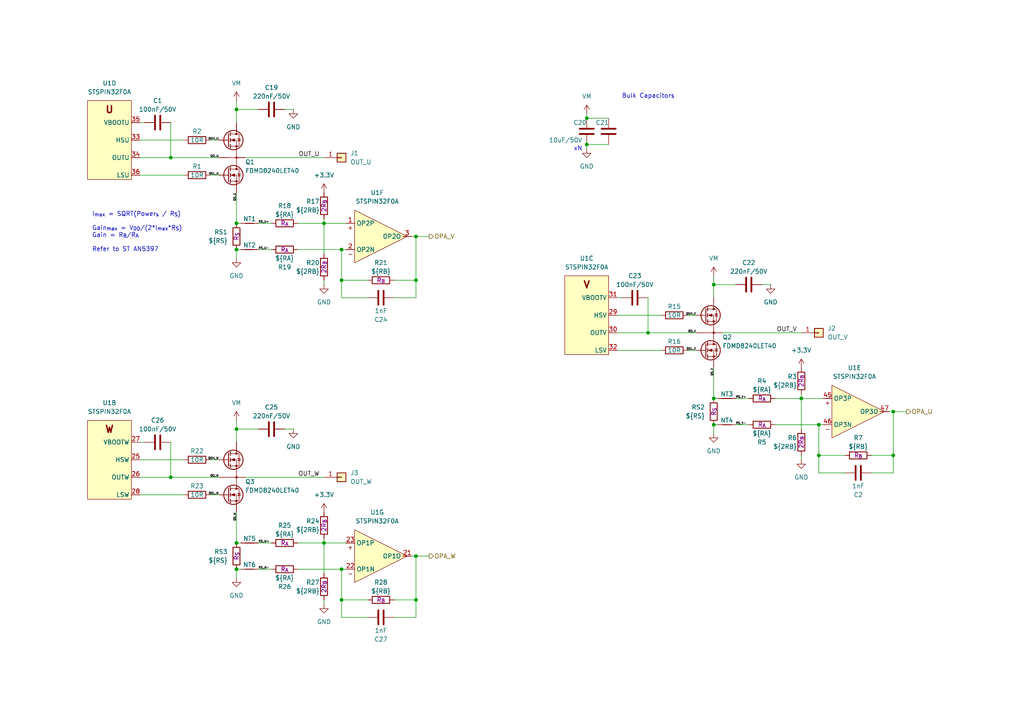
<source format=kicad_sch>
(kicad_sch (version 20231120) (generator "eeschema") (generator_version "8.0")
  (paper "A4")
  (lib_symbols
    (symbol "Connector_Generic:Conn_01x01" (pin_names (offset 1.016) hide)
      (property "Reference" "J" (at 0 2.54 0))
      (property "Value" "Conn_01x01" (at 0 -2.54 0))
      (symbol "Conn_01x01_1_1"
        (rectangle (start -1.27 0.127) (end 0 -0.127) (stroke (width 0.1524)))
        (rectangle (start -1.27 1.27) (end 1.27 -1.27) (stroke (width 0.254)) (fill (type background)))
        (pin passive line (at -5.08 0 0) (length 3.81) (name "Pin_1") (number "1"))
      )
    )
    (symbol "Device:C" (pin_numbers hide) (pin_names (offset 0.254))
      (property "Reference" "C" (at 0.635 2.54 0))
      (property "Value" "C" (at 0.635 -2.54 0))
      (symbol "C_0_1"
        (polyline (pts (xy -2.032 -0.762) (xy 2.032 -0.762)) (stroke (width 0.508)))
        (polyline (pts (xy -2.032 0.762) (xy 2.032 0.762)) (stroke (width 0.508)))
      )
      (symbol "C_1_1"
        (pin passive line (at 0 3.81 270) (length 2.794) (name "~") (number "1"))
        (pin passive line (at 0 -3.81 90) (length 2.794) (name "~") (number "2"))
      )
    )
    (symbol "Device:NetTie_2" (pin_numbers hide) (pin_names (offset 0) hide) (in_bom no)
      (property "Reference" "NT" (at 0 1.27 0))
      (property "Value" "NetTie_2" (at 0 -1.27 0))
      (symbol "NetTie_2_0_1"
        (polyline (pts (xy -1.27 0) (xy 1.27 0)) (stroke (width 0.254)))
      )
      (symbol "NetTie_2_1_1"
        (pin passive line (at -2.54 0 0) (length 2.54) (name "1") (number "1"))
        (pin passive line (at 2.54 0 180) (length 2.54) (name "2") (number "2"))
      )
    )
    (symbol "Device:R" (pin_numbers hide) (pin_names (offset 0))
      (property "Reference" "R" (at 2.032 0 90))
      (property "Value" "R" (at 0 0 90))
      (symbol "R_0_1"
        (rectangle (start -1.016 -2.54) (end 1.016 2.54) (stroke (width 0.254)))
      )
      (symbol "R_1_1"
        (pin passive line (at 0 3.81 270) (length 1.27) (name "~") (number "1"))
        (pin passive line (at 0 -3.81 90) (length 1.27) (name "~") (number "2"))
      )
    )
    (symbol "FDMD8240LET40_1" (pin_numbers hide) (pin_names hide)
      (property "Reference" "Q" (at 3.81 -2.54 0))
      (property "Value" "FDMD8240LET40" (at 10.16 -5.08 0))
      (symbol "FDMD8240LET40_1_0_0"
        (pin passive line (at 0 10.16 270) (length 2.54) (name "D1") (number "1"))
        (pin passive line (at -5.08 0 0) (length 2.54) (name "G1R") (number "11"))
        (pin passive line (at -5.08 5.08 0) (length 2.54) (name "G1") (number "12"))
        (pin passive line (at -5.08 -5.08 0) (length 2.54) (name "G2") (number "4"))
        (pin passive line (at 0 -10.16 90) (length 2.54) (name "S2") (number "5"))
        (pin passive line (at 2.54 0 180) (length 2.54) (name "D2/S1") (number "7"))
      )
      (symbol "FDMD8240LET40_1_0_1"
        (circle (center -0.889 -5.08) (radius 2.794) (stroke (width 0.254)))
        (circle (center -0.889 5.08) (radius 2.794) (stroke (width 0.254)))
        (circle (center 0 -6.858) (radius 0.254) (fill (type outline)))
        (circle (center 0 -3.302) (radius 0.254) (fill (type outline)))
        (polyline (pts (xy -2.54 0) (xy 0 0)))
        (polyline (pts (xy -2.286 -5.08) (xy -2.54 -5.08)))
        (polyline (pts (xy -2.286 -3.175) (xy -2.286 -6.985)) (stroke (width 0.254)))
        (polyline (pts (xy -2.286 5.08) (xy -2.54 5.08)))
        (polyline (pts (xy -2.286 6.985) (xy -2.286 3.175)) (stroke (width 0.254)))
        (polyline (pts (xy -1.778 -6.35) (xy -1.778 -7.366)) (stroke (width 0.254)))
        (polyline (pts (xy -1.778 -4.572) (xy -1.778 -5.588)) (stroke (width 0.254)))
        (polyline (pts (xy -1.778 -2.794) (xy -1.778 -3.81)) (stroke (width 0.254)))
        (polyline (pts (xy -1.778 3.81) (xy -1.778 2.794)) (stroke (width 0.254)))
        (polyline (pts (xy -1.778 5.588) (xy -1.778 4.572)) (stroke (width 0.254)))
        (polyline (pts (xy -1.778 7.366) (xy -1.778 6.35)) (stroke (width 0.254)))
        (polyline (pts (xy 0 -2.54) (xy 0 -3.302)))
        (polyline (pts (xy 0 2.54) (xy 0 -2.54)))
        (polyline (pts (xy 0 7.62) (xy 0 6.858)))
        (polyline (pts (xy 0 -7.62) (xy 0 -5.08) (xy -1.778 -5.08)))
        (polyline (pts (xy 0 2.54) (xy 0 5.08) (xy -1.778 5.08)))
        (polyline (pts (xy -1.778 -6.858) (xy 0.762 -6.858) (xy 0.762 -3.302) (xy -1.778 -3.302)))
        (polyline (pts (xy -1.778 3.302) (xy 0.762 3.302) (xy 0.762 6.858) (xy -1.778 6.858)))
        (polyline (pts (xy -1.524 -5.08) (xy -0.508 -4.699) (xy -0.508 -5.461) (xy -1.524 -5.08)) (fill (type outline)))
        (polyline (pts (xy -1.524 5.08) (xy -0.508 5.461) (xy -0.508 4.699) (xy -1.524 5.08)) (fill (type outline)))
        (polyline (pts (xy 0.254 -4.572) (xy 0.381 -4.699) (xy 1.143 -4.699) (xy 1.27 -4.826)))
        (polyline (pts (xy 0.254 5.588) (xy 0.381 5.461) (xy 1.143 5.461) (xy 1.27 5.334)))
        (polyline (pts (xy 0.762 -4.699) (xy 0.381 -5.334) (xy 1.143 -5.334) (xy 0.762 -4.699)))
        (polyline (pts (xy 0.762 5.461) (xy 0.381 4.826) (xy 1.143 4.826) (xy 0.762 5.461)))
        (circle (center 0 0) (radius 0.254) (fill (type outline)))
        (circle (center 0 3.302) (radius 0.254) (fill (type outline)))
        (circle (center 0 6.858) (radius 0.254) (fill (type outline)))
      )
      (symbol "FDMD8240LET40_1_1_0"
        (pin passive line (at 2.54 0 180) (length 2.54) hide (name "D2/S1") (number "10"))
        (pin passive line (at 0 10.16 270) (length 2.54) hide (name "D1") (number "13"))
        (pin passive line (at 2.54 0 180) (length 2.54) hide (name "D2/S1") (number "14"))
        (pin passive line (at 0 10.16 270) (length 2.54) hide (name "D1") (number "2"))
        (pin passive line (at 0 10.16 270) (length 2.54) hide (name "D1") (number "3"))
        (pin passive line (at 0 -10.16 90) (length 2.54) hide (name "S2") (number "6"))
        (pin passive line (at 2.54 0 180) (length 2.54) hide (name "D2/S1") (number "8"))
        (pin passive line (at 2.54 0 180) (length 2.54) hide (name "D2/S1") (number "9"))
      )
    )
    (symbol "FDMD8240LET40_2" (pin_numbers hide) (pin_names hide)
      (property "Reference" "Q" (at 3.81 -2.54 0))
      (property "Value" "FDMD8240LET40" (at 10.16 -5.08 0))
      (symbol "FDMD8240LET40_2_0_0"
        (pin passive line (at 0 10.16 270) (length 2.54) (name "D1") (number "1"))
        (pin passive line (at -5.08 0 0) (length 2.54) (name "G1R") (number "11"))
        (pin passive line (at -5.08 5.08 0) (length 2.54) (name "G1") (number "12"))
        (pin passive line (at -5.08 -5.08 0) (length 2.54) (name "G2") (number "4"))
        (pin passive line (at 0 -10.16 90) (length 2.54) (name "S2") (number "5"))
        (pin passive line (at 2.54 0 180) (length 2.54) (name "D2/S1") (number "7"))
      )
      (symbol "FDMD8240LET40_2_0_1"
        (circle (center -0.889 -5.08) (radius 2.794) (stroke (width 0.254)))
        (circle (center -0.889 5.08) (radius 2.794) (stroke (width 0.254)))
        (circle (center 0 -6.858) (radius 0.254) (fill (type outline)))
        (circle (center 0 -3.302) (radius 0.254) (fill (type outline)))
        (polyline (pts (xy -2.54 0) (xy 0 0)))
        (polyline (pts (xy -2.286 -5.08) (xy -2.54 -5.08)))
        (polyline (pts (xy -2.286 -3.175) (xy -2.286 -6.985)) (stroke (width 0.254)))
        (polyline (pts (xy -2.286 5.08) (xy -2.54 5.08)))
        (polyline (pts (xy -2.286 6.985) (xy -2.286 3.175)) (stroke (width 0.254)))
        (polyline (pts (xy -1.778 -6.35) (xy -1.778 -7.366)) (stroke (width 0.254)))
        (polyline (pts (xy -1.778 -4.572) (xy -1.778 -5.588)) (stroke (width 0.254)))
        (polyline (pts (xy -1.778 -2.794) (xy -1.778 -3.81)) (stroke (width 0.254)))
        (polyline (pts (xy -1.778 3.81) (xy -1.778 2.794)) (stroke (width 0.254)))
        (polyline (pts (xy -1.778 5.588) (xy -1.778 4.572)) (stroke (width 0.254)))
        (polyline (pts (xy -1.778 7.366) (xy -1.778 6.35)) (stroke (width 0.254)))
        (polyline (pts (xy 0 -2.54) (xy 0 -3.302)))
        (polyline (pts (xy 0 2.54) (xy 0 -2.54)))
        (polyline (pts (xy 0 7.62) (xy 0 6.858)))
        (polyline (pts (xy 0 -7.62) (xy 0 -5.08) (xy -1.778 -5.08)))
        (polyline (pts (xy 0 2.54) (xy 0 5.08) (xy -1.778 5.08)))
        (polyline (pts (xy -1.778 -6.858) (xy 0.762 -6.858) (xy 0.762 -3.302) (xy -1.778 -3.302)))
        (polyline (pts (xy -1.778 3.302) (xy 0.762 3.302) (xy 0.762 6.858) (xy -1.778 6.858)))
        (polyline (pts (xy -1.524 -5.08) (xy -0.508 -4.699) (xy -0.508 -5.461) (xy -1.524 -5.08)) (fill (type outline)))
        (polyline (pts (xy -1.524 5.08) (xy -0.508 5.461) (xy -0.508 4.699) (xy -1.524 5.08)) (fill (type outline)))
        (polyline (pts (xy 0.254 -4.572) (xy 0.381 -4.699) (xy 1.143 -4.699) (xy 1.27 -4.826)))
        (polyline (pts (xy 0.254 5.588) (xy 0.381 5.461) (xy 1.143 5.461) (xy 1.27 5.334)))
        (polyline (pts (xy 0.762 -4.699) (xy 0.381 -5.334) (xy 1.143 -5.334) (xy 0.762 -4.699)))
        (polyline (pts (xy 0.762 5.461) (xy 0.381 4.826) (xy 1.143 4.826) (xy 0.762 5.461)))
        (circle (center 0 0) (radius 0.254) (fill (type outline)))
        (circle (center 0 3.302) (radius 0.254) (fill (type outline)))
        (circle (center 0 6.858) (radius 0.254) (fill (type outline)))
      )
      (symbol "FDMD8240LET40_2_1_0"
        (pin passive line (at 2.54 0 180) (length 2.54) hide (name "D2/S1") (number "10"))
        (pin passive line (at 0 10.16 270) (length 2.54) hide (name "D1") (number "13"))
        (pin passive line (at 2.54 0 180) (length 2.54) hide (name "D2/S1") (number "14"))
        (pin passive line (at 0 10.16 270) (length 2.54) hide (name "D1") (number "2"))
        (pin passive line (at 0 10.16 270) (length 2.54) hide (name "D1") (number "3"))
        (pin passive line (at 0 -10.16 90) (length 2.54) hide (name "S2") (number "6"))
        (pin passive line (at 2.54 0 180) (length 2.54) hide (name "D2/S1") (number "8"))
        (pin passive line (at 2.54 0 180) (length 2.54) hide (name "D2/S1") (number "9"))
      )
    )
    (symbol "moco:FDMD8240LET40" (pin_numbers hide) (pin_names hide)
      (property "Reference" "Q" (at 3.81 -2.54 0))
      (property "Value" "FDMD8240LET40" (at 10.16 -5.08 0))
      (symbol "FDMD8240LET40_0_0"
        (pin passive line (at 0 10.16 270) (length 2.54) (name "D1") (number "1"))
        (pin passive line (at -5.08 0 0) (length 2.54) (name "G1R") (number "11"))
        (pin passive line (at -5.08 5.08 0) (length 2.54) (name "G1") (number "12"))
        (pin passive line (at -5.08 -5.08 0) (length 2.54) (name "G2") (number "4"))
        (pin passive line (at 0 -10.16 90) (length 2.54) (name "S2") (number "5"))
        (pin passive line (at 2.54 0 180) (length 2.54) (name "D2/S1") (number "7"))
      )
      (symbol "FDMD8240LET40_0_1"
        (circle (center -0.889 -5.08) (radius 2.794) (stroke (width 0.254)))
        (circle (center -0.889 5.08) (radius 2.794) (stroke (width 0.254)))
        (circle (center 0 -6.858) (radius 0.254) (fill (type outline)))
        (circle (center 0 -3.302) (radius 0.254) (fill (type outline)))
        (polyline (pts (xy -2.54 0) (xy 0 0)))
        (polyline (pts (xy -2.286 -5.08) (xy -2.54 -5.08)))
        (polyline (pts (xy -2.286 -3.175) (xy -2.286 -6.985)) (stroke (width 0.254)))
        (polyline (pts (xy -2.286 5.08) (xy -2.54 5.08)))
        (polyline (pts (xy -2.286 6.985) (xy -2.286 3.175)) (stroke (width 0.254)))
        (polyline (pts (xy -1.778 -6.35) (xy -1.778 -7.366)) (stroke (width 0.254)))
        (polyline (pts (xy -1.778 -4.572) (xy -1.778 -5.588)) (stroke (width 0.254)))
        (polyline (pts (xy -1.778 -2.794) (xy -1.778 -3.81)) (stroke (width 0.254)))
        (polyline (pts (xy -1.778 3.81) (xy -1.778 2.794)) (stroke (width 0.254)))
        (polyline (pts (xy -1.778 5.588) (xy -1.778 4.572)) (stroke (width 0.254)))
        (polyline (pts (xy -1.778 7.366) (xy -1.778 6.35)) (stroke (width 0.254)))
        (polyline (pts (xy 0 -2.54) (xy 0 -3.302)))
        (polyline (pts (xy 0 2.54) (xy 0 -2.54)))
        (polyline (pts (xy 0 7.62) (xy 0 6.858)))
        (polyline (pts (xy 0 -7.62) (xy 0 -5.08) (xy -1.778 -5.08)))
        (polyline (pts (xy 0 2.54) (xy 0 5.08) (xy -1.778 5.08)))
        (polyline (pts (xy -1.778 -6.858) (xy 0.762 -6.858) (xy 0.762 -3.302) (xy -1.778 -3.302)))
        (polyline (pts (xy -1.778 3.302) (xy 0.762 3.302) (xy 0.762 6.858) (xy -1.778 6.858)))
        (polyline (pts (xy -1.524 -5.08) (xy -0.508 -4.699) (xy -0.508 -5.461) (xy -1.524 -5.08)) (fill (type outline)))
        (polyline (pts (xy -1.524 5.08) (xy -0.508 5.461) (xy -0.508 4.699) (xy -1.524 5.08)) (fill (type outline)))
        (polyline (pts (xy 0.254 -4.572) (xy 0.381 -4.699) (xy 1.143 -4.699) (xy 1.27 -4.826)))
        (polyline (pts (xy 0.254 5.588) (xy 0.381 5.461) (xy 1.143 5.461) (xy 1.27 5.334)))
        (polyline (pts (xy 0.762 -4.699) (xy 0.381 -5.334) (xy 1.143 -5.334) (xy 0.762 -4.699)))
        (polyline (pts (xy 0.762 5.461) (xy 0.381 4.826) (xy 1.143 4.826) (xy 0.762 5.461)))
        (circle (center 0 0) (radius 0.254) (fill (type outline)))
        (circle (center 0 3.302) (radius 0.254) (fill (type outline)))
        (circle (center 0 6.858) (radius 0.254) (fill (type outline)))
      )
      (symbol "FDMD8240LET40_1_0"
        (pin passive line (at 2.54 0 180) (length 2.54) hide (name "D2/S1") (number "10"))
        (pin passive line (at 0 10.16 270) (length 2.54) hide (name "D1") (number "13"))
        (pin passive line (at 2.54 0 180) (length 2.54) hide (name "D2/S1") (number "14"))
        (pin passive line (at 0 10.16 270) (length 2.54) hide (name "D1") (number "2"))
        (pin passive line (at 0 10.16 270) (length 2.54) hide (name "D1") (number "3"))
        (pin passive line (at 0 -10.16 90) (length 2.54) hide (name "S2") (number "6"))
        (pin passive line (at 2.54 0 180) (length 2.54) hide (name "D2/S1") (number "8"))
        (pin passive line (at 2.54 0 180) (length 2.54) hide (name "D2/S1") (number "9"))
      )
    )
    (symbol "moco:STSPIN32F0A"
      (property "Reference" "U" (at 0 0 0))
      (property "Value" "STSPIN32F0A" (at 0 -12.7 0))
      (symbol "STSPIN32F0A_1_0"
        (pin power_in line (at -3.81 20.32 270) (length 2.54) (name "VDDA") (number "10"))
        (pin bidirectional line (at 20.32 1.27 180) (length 2.54) (name "PA0") (number "11"))
        (pin bidirectional line (at 20.32 -1.27 180) (length 2.54) (name "PA1") (number "12"))
        (pin bidirectional line (at 20.32 -3.81 180) (length 2.54) (name "PA2") (number "13"))
        (pin bidirectional line (at 20.32 -6.35 180) (length 2.54) (name "PA3") (number "14"))
        (pin bidirectional line (at 20.32 -8.89 180) (length 2.54) (name "PA4") (number "15"))
        (pin bidirectional line (at 20.32 -11.43 180) (length 2.54) (name "PA5") (number "16"))
        (pin bidirectional line (at 20.32 -13.97 180) (length 2.54) (name "PA6") (number "17"))
        (pin bidirectional line (at 20.32 -16.51 180) (length 2.54) (name "PA7") (number "18"))
        (pin bidirectional line (at -15.24 -13.97 0) (length 2.54) (name "PB1") (number "19"))
        (pin input line (at 6.35 -27.94 90) (length 2.54) (name "TESTMODE") (number "20"))
        (pin input line (at 20.32 6.35 180) (length 2.54) (name "OC_COMP") (number "24"))
        (pin bidirectional line (at -15.24 1.27 0) (length 2.54) (name "PA13_SWD_IO") (number "37"))
        (pin bidirectional line (at -15.24 -1.27 0) (length 2.54) (name "PA14_SWD_CLK") (number "38"))
        (pin bidirectional line (at 20.32 -19.05 180) (length 2.54) (name "PA15") (number "39"))
        (pin bidirectional line (at -15.24 -6.35 0) (length 2.54) (name "PF0") (number "4"))
        (pin bidirectional line (at -15.24 -16.51 0) (length 2.54) (name "PB6") (number "40"))
        (pin bidirectional line (at -15.24 -19.05 0) (length 2.54) (name "PB7") (number "41"))
        (pin input line (at -15.24 8.89 0) (length 2.54) (name "BOOT0") (number "42"))
        (pin no_connect line (at 10.16 -27.94 90) (length 2.54) hide (name "RESERVED") (number "43"))
        (pin power_in line (at 2.54 -27.94 90) (length 2.54) (name "GND") (number "44"))
        (pin power_in line (at -6.35 20.32 270) (length 2.54) (name "VDD") (number "48"))
        (pin power_in line (at -1.27 -27.94 90) (length 2.54) (name "EPAD") (number "49"))
        (pin bidirectional line (at -15.24 -8.89 0) (length 2.54) (name "PF1") (number "5"))
        (pin power_out line (at 12.7 20.32 270) (length 2.54) (name "VREG12") (number "6"))
        (pin input line (at -15.24 6.35 0) (length 2.54) (name "NRST") (number "7"))
        (pin power_in line (at 6.35 20.32 270) (length 2.54) (name "VM") (number "8"))
        (pin output line (at 2.54 20.32 270) (length 2.54) (name "SW") (number "9"))
      )
      (symbol "STSPIN32F0A_1_1"
        (rectangle (start -12.7 17.78) (end 17.78 -25.4) (fill (type background)))
      )
      (symbol "STSPIN32F0A_2_0"
        (pin output line (at 8.89 0 180) (length 2.54) (name "HSW") (number "25"))
        (pin output line (at 8.89 -5.08 180) (length 2.54) (name "OUTW") (number "26"))
        (pin output line (at 8.89 5.08 180) (length 2.54) (name "VBOOTW") (number "27"))
        (pin output line (at 8.89 -10.16 180) (length 2.54) (name "LSW") (number "28"))
      )
      (symbol "STSPIN32F0A_2_1"
        (rectangle (start -6.35 11.43) (end 6.35 -11.43) (fill (type background)))
        (text "W" (at 0 8.89 0) (effects (font (size 2 2) (bold yes))))
      )
      (symbol "STSPIN32F0A_3_0"
        (pin output line (at 8.89 0 180) (length 2.54) (name "HSV") (number "29"))
        (pin output line (at 8.89 -5.08 180) (length 2.54) (name "OUTV") (number "30"))
        (pin output line (at 8.89 5.08 180) (length 2.54) (name "VBOOTV") (number "31"))
        (pin output line (at 8.89 -10.16 180) (length 2.54) (name "LSV") (number "32"))
      )
      (symbol "STSPIN32F0A_3_1"
        (rectangle (start -6.35 11.43) (end 6.35 -11.43) (fill (type background)))
        (text "V" (at 0 8.89 0) (effects (font (size 2 2) (bold yes))))
      )
      (symbol "STSPIN32F0A_4_0"
        (pin output line (at 8.89 0 180) (length 2.54) (name "HSU") (number "33"))
        (pin output line (at 8.89 -5.08 180) (length 2.54) (name "OUTU") (number "34"))
        (pin output line (at 8.89 5.08 180) (length 2.54) (name "VBOOTU") (number "35"))
        (pin output line (at 8.89 -10.16 180) (length 2.54) (name "LSU") (number "36"))
      )
      (symbol "STSPIN32F0A_4_1"
        (rectangle (start -6.35 11.43) (end 6.35 -11.43) (fill (type background)))
        (text "U" (at 0 8.89 0) (effects (font (size 2 2) (bold yes))))
      )
      (symbol "STSPIN32F0A_5_0"
        (pin input line (at -7.62 3.81 0) (length 2.54) (name "OP3P") (number "45"))
        (pin input line (at -7.62 -3.81 0) (length 2.54) (name "OP3N") (number "46"))
        (pin output line (at 11.43 0 180) (length 2.54) (name "OP3O") (number "47"))
      )
      (symbol "STSPIN32F0A_5_1"
        (polyline (pts (xy 10.16 0) (xy -5.08 7.62) (xy -5.08 -7.62) (xy 10.16 0)) (fill (type background)))
        (text "+" (at -6.35 2.54 0) (effects (font (size 1.27 1.27))))
        (text "-" (at -6.35 -5.08 0) (effects (font (size 1.27 1.27))))
      )
      (symbol "STSPIN32F0A_6_0"
        (pin input line (at -7.62 3.81 0) (length 2.54) (name "OP2P") (number "1"))
        (pin input line (at -7.62 -3.81 0) (length 2.54) (name "OP2N") (number "2"))
        (pin output line (at 11.43 0 180) (length 2.54) (name "OP2O") (number "3"))
      )
      (symbol "STSPIN32F0A_6_1"
        (polyline (pts (xy 10.16 0) (xy -5.08 7.62) (xy -5.08 -7.62) (xy 10.16 0)) (fill (type background)))
        (text "+" (at -6.35 2.54 0) (effects (font (size 1.27 1.27))))
        (text "-" (at -6.35 -5.08 0) (effects (font (size 1.27 1.27))))
      )
      (symbol "STSPIN32F0A_7_0"
        (pin output line (at 11.43 0 180) (length 2.54) (name "OP1O") (number "21"))
        (pin input line (at -7.62 -3.81 0) (length 2.54) (name "OP1N") (number "22"))
        (pin input line (at -7.62 3.81 0) (length 2.54) (name "OP1P") (number "23"))
      )
      (symbol "STSPIN32F0A_7_1"
        (polyline (pts (xy 10.16 0) (xy -5.08 7.62) (xy -5.08 -7.62) (xy 10.16 0)) (fill (type background)))
        (text "+" (at -6.35 2.54 0) (effects (font (size 1.27 1.27))))
        (text "-" (at -6.35 -5.08 0) (effects (font (size 1.27 1.27))))
      )
    )
    (symbol "power:+3.3V" (power) (pin_numbers hide) (pin_names (offset 0) hide)
      (property "Value" "+3.3V" (at 0 3.556 0))
      (symbol "+3.3V_0_1"
        (polyline (pts (xy -0.762 1.27) (xy 0 2.54)))
        (polyline (pts (xy 0 0) (xy 0 2.54)))
        (polyline (pts (xy 0 2.54) (xy 0.762 1.27)))
      )
      (symbol "+3.3V_1_1"
        (pin power_in line (at 0 0 90) (length 0) (name "~") (number "1"))
      )
    )
    (symbol "power:GND" (power) (pin_numbers hide) (pin_names (offset 0) hide)
      (property "Value" "GND" (at 0 -3.81 0))
      (symbol "GND_0_1"
        (polyline (pts (xy 0 0) (xy 0 -1.27) (xy 1.27 -1.27) (xy 0 -2.54) (xy -1.27 -1.27) (xy 0 -1.27)))
      )
      (symbol "GND_1_1"
        (pin power_in line (at 0 0 270) (length 0) (name "~") (number "1"))
      )
    )
    (symbol "power:VMEM" (power) (pin_numbers hide) (pin_names (offset 0) hide)
      (property "Value" "VMEM" (at 0 3.556 0))
      (symbol "VMEM_0_1"
        (polyline (pts (xy -0.762 1.27) (xy 0 2.54)))
        (polyline (pts (xy 0 0) (xy 0 2.54)))
        (polyline (pts (xy 0 2.54) (xy 0.762 1.27)))
      )
      (symbol "VMEM_1_1"
        (pin power_in line (at 0 0 90) (length 0) (name "~") (number "1"))
      )
    )
  )
  (junction (at 49.53 45.72))
  (junction (at 207.01 123.19))
  (junction (at 237.49 123.19))
  (junction (at 259.08 132.08))
  (junction (at 99.06 72.39))
  (junction (at 207.01 82.55))
  (junction (at 207.01 115.57))
  (junction (at 120.65 68.58))
  (junction (at 120.65 161.29))
  (junction (at 49.53 138.43))
  (junction (at 93.98 157.48))
  (junction (at 187.96 96.52))
  (junction (at 68.58 157.48))
  (junction (at 232.41 115.57))
  (junction (at 68.58 64.77))
  (junction (at 99.06 81.28))
  (junction (at 68.58 165.1))
  (junction (at 120.65 173.99))
  (junction (at 237.49 132.08))
  (junction (at 99.06 173.99))
  (junction (at 120.65 81.28))
  (junction (at 68.58 31.75))
  (junction (at 68.58 72.39))
  (junction (at 170.18 41.91))
  (junction (at 170.18 34.29))
  (junction (at 93.98 64.77))
  (junction (at 68.58 124.46))
  (junction (at 259.08 119.38))
  (junction (at 99.06 165.1))
  (wire (pts (xy 120.65 161.29) (xy 119.38 161.29)))
  (wire (pts (xy 68.58 31.75) (xy 74.93 31.75)))
  (wire (pts (xy 170.18 33.02) (xy 170.18 34.29)))
  (wire (pts (xy 252.73 132.08) (xy 259.08 132.08)))
  (wire (pts (xy 208.28 123.19) (xy 207.01 123.19)))
  (wire (pts (xy 120.65 161.29) (xy 124.46 161.29)))
  (wire (pts (xy 40.64 128.27) (xy 41.91 128.27)))
  (wire (pts (xy 40.64 35.56) (xy 41.91 35.56)))
  (wire (pts (xy 68.58 124.46) (xy 74.93 124.46)))
  (wire (pts (xy 99.06 165.1) (xy 100.33 165.1)))
  (wire (pts (xy 187.96 96.52) (xy 201.93 96.52)))
  (wire (pts (xy 106.68 173.99) (xy 99.06 173.99)))
  (wire (pts (xy 49.53 45.72) (xy 63.5 45.72)))
  (wire (pts (xy 199.39 91.44) (xy 201.93 91.44)))
  (wire (pts (xy 259.08 119.38) (xy 257.81 119.38)))
  (wire (pts (xy 86.36 72.39) (xy 99.06 72.39)))
  (wire (pts (xy 114.3 179.07) (xy 120.65 179.07)))
  (wire (pts (xy 114.3 86.36) (xy 120.65 86.36)))
  (wire (pts (xy 68.58 29.21) (xy 68.58 31.75)))
  (wire (pts (xy 120.65 81.28) (xy 120.65 86.36)))
  (wire (pts (xy 40.64 45.72) (xy 49.53 45.72)))
  (wire (pts (xy 232.41 114.3) (xy 232.41 115.57)))
  (wire (pts (xy 213.36 123.19) (xy 217.17 123.19)))
  (wire (pts (xy 170.18 34.29) (xy 176.53 34.29)))
  (wire (pts (xy 93.98 64.77) (xy 93.98 73.66)))
  (wire (pts (xy 49.53 128.27) (xy 49.53 138.43)))
  (wire (pts (xy 179.07 96.52) (xy 187.96 96.52)))
  (wire (pts (xy 245.11 132.08) (xy 237.49 132.08)))
  (wire (pts (xy 120.65 68.58) (xy 120.65 81.28)))
  (wire (pts (xy 179.07 86.36) (xy 180.34 86.36)))
  (wire (pts (xy 207.01 123.19) (xy 207.01 125.73)))
  (wire (pts (xy 224.79 115.57) (xy 232.41 115.57)))
  (wire (pts (xy 114.3 81.28) (xy 120.65 81.28)))
  (wire (pts (xy 207.01 106.68) (xy 207.01 115.57)))
  (wire (pts (xy 60.96 50.8) (xy 63.5 50.8)))
  (wire (pts (xy 232.41 115.57) (xy 238.76 115.57)))
  (wire (pts (xy 259.08 119.38) (xy 259.08 132.08)))
  (wire (pts (xy 82.55 31.75) (xy 85.09 31.75)))
  (wire (pts (xy 99.06 72.39) (xy 100.33 72.39)))
  (wire (pts (xy 49.53 35.56) (xy 49.53 45.72)))
  (wire (pts (xy 68.58 55.88) (xy 68.58 64.77)))
  (wire (pts (xy 74.93 165.1) (xy 78.74 165.1)))
  (wire (pts (xy 120.65 68.58) (xy 124.46 68.58)))
  (wire (pts (xy 74.93 64.77) (xy 78.74 64.77)))
  (wire (pts (xy 224.79 123.19) (xy 237.49 123.19)))
  (wire (pts (xy 93.98 64.77) (xy 100.33 64.77)))
  (wire (pts (xy 40.64 133.35) (xy 53.34 133.35)))
  (wire (pts (xy 69.85 157.48) (xy 68.58 157.48)))
  (wire (pts (xy 213.36 115.57) (xy 217.17 115.57)))
  (wire (pts (xy 93.98 82.55) (xy 93.98 81.28)))
  (wire (pts (xy 69.85 64.77) (xy 68.58 64.77)))
  (wire (pts (xy 86.36 64.77) (xy 93.98 64.77)))
  (wire (pts (xy 86.36 165.1) (xy 99.06 165.1)))
  (wire (pts (xy 40.64 143.51) (xy 53.34 143.51)))
  (wire (pts (xy 71.12 138.43) (xy 93.98 138.43)))
  (wire (pts (xy 106.68 179.07) (xy 99.06 179.07)))
  (wire (pts (xy 170.18 41.91) (xy 176.53 41.91)))
  (wire (pts (xy 93.98 175.26) (xy 93.98 173.99)))
  (wire (pts (xy 99.06 165.1) (xy 99.06 173.99)))
  (wire (pts (xy 106.68 86.36) (xy 99.06 86.36)))
  (wire (pts (xy 179.07 91.44) (xy 191.77 91.44)))
  (wire (pts (xy 68.58 31.75) (xy 68.58 35.56)))
  (wire (pts (xy 232.41 133.35) (xy 232.41 132.08)))
  (wire (pts (xy 259.08 132.08) (xy 259.08 137.16)))
  (wire (pts (xy 93.98 157.48) (xy 100.33 157.48)))
  (wire (pts (xy 187.96 86.36) (xy 187.96 96.52)))
  (wire (pts (xy 99.06 81.28) (xy 99.06 86.36)))
  (wire (pts (xy 74.93 157.48) (xy 78.74 157.48)))
  (wire (pts (xy 69.85 165.1) (xy 68.58 165.1)))
  (wire (pts (xy 199.39 101.6) (xy 201.93 101.6)))
  (wire (pts (xy 40.64 40.64) (xy 53.34 40.64)))
  (wire (pts (xy 49.53 138.43) (xy 63.5 138.43)))
  (wire (pts (xy 237.49 132.08) (xy 237.49 137.16)))
  (wire (pts (xy 120.65 68.58) (xy 119.38 68.58)))
  (wire (pts (xy 220.98 82.55) (xy 223.52 82.55)))
  (wire (pts (xy 68.58 165.1) (xy 68.58 167.64)))
  (wire (pts (xy 179.07 101.6) (xy 191.77 101.6)))
  (wire (pts (xy 207.01 82.55) (xy 213.36 82.55)))
  (wire (pts (xy 99.06 72.39) (xy 99.06 81.28)))
  (wire (pts (xy 208.28 115.57) (xy 207.01 115.57)))
  (wire (pts (xy 40.64 50.8) (xy 53.34 50.8)))
  (wire (pts (xy 60.96 133.35) (xy 63.5 133.35)))
  (wire (pts (xy 232.41 115.57) (xy 232.41 124.46)))
  (wire (pts (xy 82.55 124.46) (xy 85.09 124.46)))
  (wire (pts (xy 120.65 173.99) (xy 120.65 179.07)))
  (wire (pts (xy 68.58 124.46) (xy 68.58 128.27)))
  (wire (pts (xy 68.58 72.39) (xy 68.58 74.93)))
  (wire (pts (xy 209.55 96.52) (xy 232.41 96.52)))
  (wire (pts (xy 114.3 173.99) (xy 120.65 173.99)))
  (wire (pts (xy 237.49 123.19) (xy 238.76 123.19)))
  (wire (pts (xy 99.06 173.99) (xy 99.06 179.07)))
  (wire (pts (xy 106.68 81.28) (xy 99.06 81.28)))
  (wire (pts (xy 170.18 43.18) (xy 170.18 41.91)))
  (wire (pts (xy 69.85 72.39) (xy 68.58 72.39)))
  (wire (pts (xy 93.98 156.21) (xy 93.98 157.48)))
  (wire (pts (xy 237.49 123.19) (xy 237.49 132.08)))
  (wire (pts (xy 207.01 80.01) (xy 207.01 82.55)))
  (wire (pts (xy 93.98 157.48) (xy 93.98 166.37)))
  (wire (pts (xy 245.11 137.16) (xy 237.49 137.16)))
  (wire (pts (xy 71.12 45.72) (xy 93.98 45.72)))
  (wire (pts (xy 60.96 40.64) (xy 63.5 40.64)))
  (wire (pts (xy 68.58 148.59) (xy 68.58 157.48)))
  (wire (pts (xy 74.93 72.39) (xy 78.74 72.39)))
  (wire (pts (xy 259.08 119.38) (xy 262.89 119.38)))
  (wire (pts (xy 207.01 82.55) (xy 207.01 86.36)))
  (wire (pts (xy 252.73 137.16) (xy 259.08 137.16)))
  (wire (pts (xy 68.58 121.92) (xy 68.58 124.46)))
  (wire (pts (xy 93.98 63.5) (xy 93.98 64.77)))
  (wire (pts (xy 40.64 138.43) (xy 49.53 138.43)))
  (wire (pts (xy 120.65 161.29) (xy 120.65 173.99)))
  (wire (pts (xy 60.96 143.51) (xy 63.5 143.51)))
  (wire (pts (xy 86.36 157.48) (xy 93.98 157.48)))
  (text "I_{max} = SQRT(Power_{s} / R_{S})\n\nGain_{max} = V_{DD}/(2*I_{max}*R_{S})\nGain = R_{B}/R_{A}\n\nRefer to ST AN5397" (at 26.67 67.31 0) (effects (font (size 1.27 1.27)) (justify left)))
  (text "xN" (at 166.37 43.18 0) (effects (font (size 1.27 1.27)) (justify left)))
  (text "Bulk Capacitors" (at 180.34 27.94 0) (effects (font (size 1.27 1.27)) (justify left)))
  (label "RS_V-" (at 213.36 123.19 0) (effects (font (size 0.6 0.6))))
  (label "QGL_W" (at 63.5 143.51 180) (effects (font (size 0.6 0.6))))
  (label "QO_V" (at 201.93 96.52 180) (effects (font (size 0.6 0.6))))
  (label "QGH_W" (at 63.5 133.35 180) (effects (font (size 0.6 0.6))))
  (label "RS_U+" (at 74.93 64.77 0) (effects (font (size 0.6 0.6))))
  (label "QO_U" (at 63.5 45.72 180) (effects (font (size 0.6 0.6))))
  (label "QS_U" (at 68.58 55.88 270) (effects (font (size 0.6 0.6))))
  (label "OUT_V" (at 231.14 96.52 180))
  (label "RS_W-" (at 74.93 165.1 0) (effects (font (size 0.6 0.6))))
  (label "QGH_U" (at 63.5 40.64 180) (effects (font (size 0.6 0.6))))
  (label "RS_V+" (at 213.36 115.57 0) (effects (font (size 0.6 0.6))))
  (label "QS_W" (at 68.58 148.59 270) (effects (font (size 0.6 0.6))))
  (label "RS_W+" (at 74.93 157.48 0) (effects (font (size 0.6 0.6))))
  (label "OUT_U" (at 92.71 45.72 180))
  (label "OUT_W" (at 92.71 138.43 180))
  (label "QGL_U" (at 63.5 50.8 180) (effects (font (size 0.6 0.6))))
  (label "RS_U-" (at 74.93 72.39 0) (effects (font (size 0.6 0.6))))
  (label "QO_W" (at 63.5 138.43 180) (effects (font (size 0.6 0.6))))
  (label "QS_V" (at 207.01 106.68 270) (effects (font (size 0.6 0.6))))
  (label "QGL_V" (at 201.93 101.6 180) (effects (font (size 0.6 0.6))))
  (label "QGH_V" (at 201.93 91.44 180) (effects (font (size 0.6 0.6))))
  (hierarchical_label "OPA_W" (shape output) (at 124.46 161.29 0))
  (hierarchical_label "OPA_V" (shape output) (at 124.46 68.58 0))
  (hierarchical_label "OPA_U" (shape output) (at 262.89 119.38 0))
  (symbol (lib_id "power:GND") (at 85.09 31.75 0) (unit 1)
    (property "Reference" "#PWR032" (effects (hide yes)))
    (property "Value" "GND" (at 85.09 36.83 0))
    (property "Description" "Power symbol creates a global label with name \"GND\" , ground" (effects (hide yes)))
  )
  (symbol (lib_id "Device:R") (at 93.98 152.4 0) (mirror y) (unit 1)
    (property "Reference" "R24" (at 92.71 151.13 0) (effects (justify left)))
    (property "Value" "${2RB}" (at 92.71 153.67 0) (effects (justify left)))
    (property "Footprint" "Resistor_SMD:R_0402_1005Metric" (effects (hide yes)))
    (property "Description" "Resistor" (effects (hide yes)))
    (property "Field5" "2R_{B}" (at 93.98 152.4 90))
  )
  (symbol (lib_id "Device:R") (at 82.55 165.1 90) (unit 1)
    (property "Reference" "R26" (at 82.55 170.18 90))
    (property "Value" "${RA}" (at 82.55 167.64 90))
    (property "Footprint" "Resistor_SMD:R_0402_1005Metric" (effects (hide yes)))
    (property "Description" "Resistor" (effects (hide yes)))
    (property "Field5" "R_{A}" (at 82.55 165.1 90))
  )
  (symbol (lib_id "moco:FDMD8240LET40") (at 68.58 138.43 0) (unit 1)
    (property "Reference" "Q3" (at 71.12 139.7 0) (effects (justify left)))
    (property "Value" "FDMD8240LET40" (at 71.12 142.24 0) (effects (justify left)))
    (property "Footprint" "moco:PQFN-12" (effects (hide yes)))
    (property "Datasheet" "Two 40V N-MOSFETs half bridge" (effects (hide yes)))
  )
  (symbol (lib_id "Device:R") (at 57.15 133.35 90) (unit 1)
    (property "Reference" "R22" (at 57.15 130.81 90))
    (property "Value" "10R" (at 57.15 133.35 90))
    (property "Footprint" "Resistor_SMD:R_0402_1005Metric" (effects (hide yes)))
    (property "Description" "Resistor" (effects (hide yes)))
  )
  (symbol (lib_id "Device:C") (at 184.15 86.36 90) (unit 1)
    (property "Reference" "C23" (at 184.15 80.01 90))
    (property "Value" "100nF/50V" (at 184.15 82.55 90))
    (property "Footprint" "Capacitor_SMD:C_0402_1005Metric" (effects (hide yes)))
    (property "Description" "Unpolarized capacitor" (effects (hide yes)))
  )
  (symbol (lib_id "Device:C") (at 78.74 31.75 90) (unit 1)
    (property "Reference" "C19" (at 78.74 25.4 90))
    (property "Value" "220nF/50V" (at 78.74 27.94 90))
    (property "Footprint" "Capacitor_SMD:C_0402_1005Metric" (effects (hide yes)))
    (property "Description" "Unpolarized capacitor" (effects (hide yes)))
  )
  (symbol (lib_id "Device:NetTie_2") (at 210.82 115.57 0) (unit 1) (in_bom no)
    (property "Reference" "NT3" (at 210.82 114.3 0))
    (property "Value" "NetTie_2" (effects (hide yes)))
    (property "Footprint" "NetTie:NetTie-2_SMD_Pad0.5mm" (effects (hide yes)))
    (property "Description" "Net tie, 2 pins" (effects (hide yes)))
  )
  (symbol (lib_id "Device:R") (at 220.98 123.19 90) (unit 1)
    (property "Reference" "R5" (at 220.98 128.27 90))
    (property "Value" "${RA}" (at 220.98 125.73 90))
    (property "Footprint" "Resistor_SMD:R_0402_1005Metric" (effects (hide yes)))
    (property "Description" "Resistor" (effects (hide yes)))
    (property "Field5" "R_{A}" (at 220.98 123.19 90))
  )
  (symbol (lib_id "Device:R") (at 57.15 50.8 90) (unit 1)
    (property "Reference" "R1" (at 57.15 48.26 90))
    (property "Value" "10R" (at 57.15 50.8 90))
    (property "Footprint" "Resistor_SMD:R_0402_1005Metric" (effects (hide yes)))
    (property "Description" "Resistor" (effects (hide yes)))
  )
  (symbol (lib_id "Device:R") (at 82.55 157.48 90) (unit 1)
    (property "Reference" "R25" (at 82.55 152.4 90))
    (property "Value" "${RA}" (at 82.55 154.94 90))
    (property "Footprint" "Resistor_SMD:R_0402_1005Metric" (effects (hide yes)))
    (property "Description" "Resistor" (effects (hide yes)))
    (property "Field5" "R_{A}" (at 82.55 157.48 90))
  )
  (symbol (lib_id "Device:R") (at 232.41 128.27 0) (mirror y) (unit 1)
    (property "Reference" "R6" (at 231.14 127 0) (effects (justify left)))
    (property "Value" "${2RB}" (at 231.14 129.54 0) (effects (justify left)))
    (property "Footprint" "Resistor_SMD:R_0402_1005Metric" (effects (hide yes)))
    (property "Description" "Resistor" (effects (hide yes)))
    (property "Field5" "2R_{B}" (at 232.41 128.27 90))
  )
  (symbol (lib_id "moco:STSPIN32F0A") (at 31.75 133.35 0) (unit 2)
    (property "Reference" "U1" (at 31.75 116.84 0))
    (property "Value" "STSPIN32F0A" (at 31.75 119.38 0))
    (property "Footprint" "moco:VFQFN-48_7x7_EP2.8mm_Pitch0.5mm" (effects (hide yes)))
    (property "Datasheet" "https://www.st.com/resource/en/datasheet/stspin32f0a.pdf" (effects (hide yes)))
    (property "Description" "Advanced BLDC controller with embedded STM32 MCU" (effects (hide yes)))
  )
  (symbol (lib_id "power:GND") (at 93.98 175.26 0) (unit 1)
    (property "Reference" "#PWR044" (effects (hide yes)))
    (property "Value" "GND" (at 93.98 180.34 0))
    (property "Description" "Power symbol creates a global label with name \"GND\" , ground" (effects (hide yes)))
  )
  (symbol (lib_id "Connector_Generic:Conn_01x01") (at 237.49 96.52 0) (unit 1)
    (property "Reference" "J2" (at 240.03 95.2499 0) (effects (justify left)))
    (property "Value" "OUT_V" (at 240.03 97.7899 0) (effects (justify left)))
    (property "Footprint" "moco:Conn_1x1_3.7_1.5" (effects (hide yes)))
    (property "Description" "Generic connector, single row, 01x01, script generated (kicad-library-utils/schlib/autogen/connector/)" (effects (hide yes)))
  )
  (symbol (lib_id "Device:NetTie_2") (at 72.39 64.77 0) (unit 1) (in_bom no)
    (property "Reference" "NT1" (at 72.39 63.5 0))
    (property "Value" "NetTie_2" (effects (hide yes)))
    (property "Footprint" "NetTie:NetTie-2_SMD_Pad0.5mm" (effects (hide yes)))
    (property "Description" "Net tie, 2 pins" (effects (hide yes)))
  )
  (symbol (lib_id "Device:R") (at 93.98 77.47 0) (mirror y) (unit 1)
    (property "Reference" "R20" (at 92.71 76.2 0) (effects (justify left)))
    (property "Value" "${2RB}" (at 92.71 78.74 0) (effects (justify left)))
    (property "Footprint" "Resistor_SMD:R_0402_1005Metric" (effects (hide yes)))
    (property "Description" "Resistor" (effects (hide yes)))
    (property "Field5" "2R_{B}" (at 93.98 77.47 90))
  )
  (symbol (lib_id "power:GND") (at 170.18 43.18 0) (unit 1)
    (property "Reference" "#PWR034" (effects (hide yes)))
    (property "Value" "GND" (at 170.18 48.26 0))
    (property "Description" "Power symbol creates a global label with name \"GND\" , ground" (effects (hide yes)))
  )
  (symbol (lib_id "Device:NetTie_2") (at 72.39 157.48 0) (unit 1) (in_bom no)
    (property "Reference" "NT5" (at 72.39 156.21 0))
    (property "Value" "NetTie_2" (effects (hide yes)))
    (property "Footprint" "NetTie:NetTie-2_SMD_Pad0.5mm" (effects (hide yes)))
    (property "Description" "Net tie, 2 pins" (effects (hide yes)))
  )
  (symbol (lib_id "Device:C") (at 110.49 86.36 270) (unit 1)
    (property "Reference" "C24" (at 110.49 92.71 90))
    (property "Value" "1nF" (at 110.49 90.17 90))
    (property "Footprint" "Capacitor_SMD:C_0402_1005Metric" (effects (hide yes)))
    (property "Description" "Unpolarized capacitor" (effects (hide yes)))
  )
  (symbol (lib_id "Device:R") (at 82.55 64.77 90) (unit 1)
    (property "Reference" "R18" (at 82.55 59.69 90))
    (property "Value" "${RA}" (at 82.55 62.23 90))
    (property "Footprint" "Resistor_SMD:R_0402_1005Metric" (effects (hide yes)))
    (property "Description" "Resistor" (effects (hide yes)))
    (property "Field5" "R_{A}" (at 82.55 64.77 90))
  )
  (symbol (lib_id "power:GND") (at 207.01 125.73 0) (unit 1)
    (property "Reference" "#PWR038" (effects (hide yes)))
    (property "Value" "GND" (at 207.01 130.81 0))
    (property "Description" "Power symbol creates a global label with name \"GND\" , ground" (effects (hide yes)))
  )
  (symbol (lib_id "Device:C") (at 78.74 124.46 90) (unit 1)
    (property "Reference" "C25" (at 78.74 118.11 90))
    (property "Value" "220nF/50V" (at 78.74 120.65 90))
    (property "Footprint" "Capacitor_SMD:C_0402_1005Metric" (effects (hide yes)))
    (property "Description" "Unpolarized capacitor" (effects (hide yes)))
  )
  (symbol (lib_id "power:VMEM") (at 68.58 29.21 0) (unit 1)
    (property "Reference" "#PWR04" (effects (hide yes)))
    (property "Value" "VM" (at 68.58 24.13 0))
    (property "Description" "Power symbol creates a global label with name \"VMEM\"" (effects (hide yes)))
  )
  (symbol (lib_id "power:GND") (at 68.58 74.93 0) (unit 1)
    (property "Reference" "#PWR05" (effects (hide yes)))
    (property "Value" "GND" (at 68.58 80.01 0))
    (property "Description" "Power symbol creates a global label with name \"GND\" , ground" (effects (hide yes)))
  )
  (symbol (lib_id "Device:R") (at 220.98 115.57 90) (unit 1)
    (property "Reference" "R4" (at 220.98 110.49 90))
    (property "Value" "${RA}" (at 220.98 113.03 90))
    (property "Footprint" "Resistor_SMD:R_0402_1005Metric" (effects (hide yes)))
    (property "Description" "Resistor" (effects (hide yes)))
    (property "Field5" "R_{A}" (at 220.98 115.57 90))
  )
  (symbol (lib_id "power:GND") (at 223.52 82.55 0) (unit 1)
    (property "Reference" "#PWR036" (effects (hide yes)))
    (property "Value" "GND" (at 223.52 87.63 0))
    (property "Description" "Power symbol creates a global label with name \"GND\" , ground" (effects (hide yes)))
  )
  (symbol (lib_id "Device:R") (at 93.98 59.69 0) (mirror y) (unit 1)
    (property "Reference" "R17" (at 92.71 58.42 0) (effects (justify left)))
    (property "Value" "${2RB}" (at 92.71 60.96 0) (effects (justify left)))
    (property "Footprint" "Resistor_SMD:R_0402_1005Metric" (effects (hide yes)))
    (property "Description" "Resistor" (effects (hide yes)))
    (property "Field5" "2R_{B}" (at 93.98 59.69 90))
  )
  (symbol (lib_id "Device:R") (at 248.92 132.08 90) (unit 1)
    (property "Reference" "R7" (at 248.92 127 90))
    (property "Value" "${RB}" (at 248.92 129.54 90))
    (property "Footprint" "Resistor_SMD:R_0402_1005Metric" (effects (hide yes)))
    (property "Description" "Resistor" (effects (hide yes)))
    (property "Field5" "R_{B}" (at 248.92 132.08 90))
  )
  (symbol (lib_id "power:+3.3V") (at 232.41 106.68 0) (unit 1)
    (property "Reference" "#PWR06" (effects (hide yes)))
    (property "Value" "+3.3V" (at 232.41 101.6 0))
    (property "Description" "Power symbol creates a global label with name \"+3.3V\"" (effects (hide yes)))
  )
  (symbol (lib_id "power:VMEM") (at 207.01 80.01 0) (unit 1)
    (property "Reference" "#PWR035" (effects (hide yes)))
    (property "Value" "VM" (at 207.01 74.93 0))
    (property "Description" "Power symbol creates a global label with name \"VMEM\"" (effects (hide yes)))
  )
  (symbol (lib_id "power:GND") (at 232.41 133.35 0) (unit 1)
    (property "Reference" "#PWR07" (effects (hide yes)))
    (property "Value" "GND" (at 232.41 138.43 0))
    (property "Description" "Power symbol creates a global label with name \"GND\" , ground" (effects (hide yes)))
  )
  (symbol (lib_id "Device:R") (at 207.01 119.38 0) (mirror y) (unit 1)
    (property "Reference" "RS2" (at 204.47 118.1099 0) (effects (justify left)))
    (property "Value" "${RS}" (at 204.47 120.6499 0) (effects (justify left)))
    (property "Footprint" "Resistor_SMD:R_2512_6332Metric_Pad1.40x3.35mm_HandSolder" (effects (hide yes)))
    (property "Description" "Resistor" (effects (hide yes)))
    (property "Field5" "R_{S}" (at 207.01 119.38 90))
  )
  (symbol (lib_id "Device:R") (at 195.58 101.6 90) (unit 1)
    (property "Reference" "R16" (at 195.58 99.06 90))
    (property "Value" "10R" (at 195.58 101.6 90))
    (property "Footprint" "Resistor_SMD:R_0402_1005Metric" (effects (hide yes)))
    (property "Description" "Resistor" (effects (hide yes)))
  )
  (symbol (lib_id "Device:R") (at 93.98 170.18 0) (mirror y) (unit 1)
    (property "Reference" "R27" (at 92.71 168.91 0) (effects (justify left)))
    (property "Value" "${2RB}" (at 92.71 171.45 0) (effects (justify left)))
    (property "Footprint" "Resistor_SMD:R_0402_1005Metric" (effects (hide yes)))
    (property "Description" "Resistor" (effects (hide yes)))
    (property "Field5" "2R_{B}" (at 93.98 170.18 90))
  )
  (symbol (lib_id "Device:R") (at 110.49 81.28 90) (unit 1)
    (property "Reference" "R21" (at 110.49 76.2 90))
    (property "Value" "${RB}" (at 110.49 78.74 90))
    (property "Footprint" "Resistor_SMD:R_0402_1005Metric" (effects (hide yes)))
    (property "Description" "Resistor" (effects (hide yes)))
    (property "Field5" "R_{B}" (at 110.49 81.28 90))
  )
  (symbol (lib_id "Device:R") (at 68.58 68.58 0) (mirror y) (unit 1)
    (property "Reference" "RS1" (at 66.04 67.3099 0) (effects (justify left)))
    (property "Value" "${RS}" (at 66.04 69.8499 0) (effects (justify left)))
    (property "Footprint" "Resistor_SMD:R_2512_6332Metric_Pad1.40x3.35mm_HandSolder" (effects (hide yes)))
    (property "Description" "Resistor" (effects (hide yes)))
    (property "Field5" "R_{S}" (at 68.58 68.58 90))
  )
  (symbol (lib_id "Connector_Generic:Conn_01x01") (at 99.06 45.72 0) (unit 1)
    (property "Reference" "J1" (at 101.6 44.4499 0) (effects (justify left)))
    (property "Value" "OUT_U" (at 101.6 46.9899 0) (effects (justify left)))
    (property "Footprint" "moco:Conn_1x1_3.7_1.5" (effects (hide yes)))
    (property "Description" "Generic connector, single row, 01x01, script generated (kicad-library-utils/schlib/autogen/connector/)" (effects (hide yes)))
  )
  (symbol (lib_id "Device:C") (at 110.49 179.07 270) (unit 1)
    (property "Reference" "C27" (at 110.49 185.42 90))
    (property "Value" "1nF" (at 110.49 182.88 90))
    (property "Footprint" "Capacitor_SMD:C_0402_1005Metric" (effects (hide yes)))
    (property "Description" "Unpolarized capacitor" (effects (hide yes)))
  )
  (symbol (lib_id "Connector_Generic:Conn_01x01") (at 99.06 138.43 0) (unit 1)
    (property "Reference" "J3" (at 101.6 137.1599 0) (effects (justify left)))
    (property "Value" "OUT_W" (at 101.6 139.6999 0) (effects (justify left)))
    (property "Footprint" "moco:Conn_1x1_3.7_1.5" (effects (hide yes)))
    (property "Description" "Generic connector, single row, 01x01, script generated (kicad-library-utils/schlib/autogen/connector/)" (effects (hide yes)))
  )
  (symbol (lib_id "Device:C") (at 217.17 82.55 90) (unit 1)
    (property "Reference" "C22" (at 217.17 76.2 90))
    (property "Value" "220nF/50V" (at 217.17 78.74 90))
    (property "Footprint" "Capacitor_SMD:C_0402_1005Metric" (effects (hide yes)))
    (property "Description" "Unpolarized capacitor" (effects (hide yes)))
  )
  (symbol (lib_id "Device:NetTie_2") (at 72.39 72.39 0) (unit 1) (in_bom no)
    (property "Reference" "NT2" (at 72.39 71.12 0))
    (property "Value" "NetTie_2" (effects (hide yes)))
    (property "Footprint" "NetTie:NetTie-2_SMD_Pad0.5mm" (effects (hide yes)))
    (property "Description" "Net tie, 2 pins" (effects (hide yes)))
  )
  (symbol (lib_id "moco:STSPIN32F0A") (at 246.38 119.38 0) (unit 5)
    (property "Reference" "U1" (at 247.8363 106.68 0))
    (property "Value" "STSPIN32F0A" (at 247.8363 109.22 0))
    (property "Footprint" "moco:VFQFN-48_7x7_EP2.8mm_Pitch0.5mm" (effects (hide yes)))
    (property "Datasheet" "https://www.st.com/resource/en/datasheet/stspin32f0a.pdf" (effects (hide yes)))
    (property "Description" "Advanced BLDC controller with embedded STM32 MCU" (effects (hide yes)))
  )
  (symbol (lib_id "Device:R") (at 110.49 173.99 90) (unit 1)
    (property "Reference" "R28" (at 110.49 168.91 90))
    (property "Value" "${RB}" (at 110.49 171.45 90))
    (property "Footprint" "Resistor_SMD:R_0402_1005Metric" (effects (hide yes)))
    (property "Description" "Resistor" (effects (hide yes)))
    (property "Field5" "R_{B}" (at 110.49 173.99 90))
  )
  (symbol (lib_id "power:VMEM") (at 170.18 33.02 0) (unit 1)
    (property "Reference" "#PWR033" (effects (hide yes)))
    (property "Value" "VM" (at 170.18 27.94 0))
    (property "Description" "Power symbol creates a global label with name \"VMEM\"" (effects (hide yes)))
  )
  (symbol (lib_id "power:+3.3V") (at 93.98 148.59 0) (unit 1)
    (property "Reference" "#PWR042" (effects (hide yes)))
    (property "Value" "+3.3V" (at 93.98 143.51 0))
    (property "Description" "Power symbol creates a global label with name \"+3.3V\"" (effects (hide yes)))
  )
  (symbol (lib_id "Device:C") (at 176.53 38.1 0) (unit 1)
    (property "Reference" "C21" (at 172.72 35.56 0) (effects (justify left)))
    (property "Value" "10uF/50V" (effects (hide yes)))
    (property "Footprint" "Capacitor_SMD:C_0805_2012Metric" (effects (hide yes)))
    (property "Description" "Unpolarized capacitor" (effects (hide yes)))
  )
  (symbol (lib_id "moco:STSPIN32F0A") (at 107.95 68.58 0) (unit 6)
    (property "Reference" "U1" (at 109.4063 55.88 0))
    (property "Value" "STSPIN32F0A" (at 109.4063 58.42 0))
    (property "Footprint" "moco:VFQFN-48_7x7_EP2.8mm_Pitch0.5mm" (effects (hide yes)))
    (property "Datasheet" "https://www.st.com/resource/en/datasheet/stspin32f0a.pdf" (effects (hide yes)))
    (property "Description" "Advanced BLDC controller with embedded STM32 MCU" (effects (hide yes)))
  )
  (symbol (lib_id "moco:STSPIN32F0A") (at 170.18 91.44 0) (unit 3)
    (property "Reference" "U1" (at 170.18 74.93 0))
    (property "Value" "STSPIN32F0A" (at 170.18 77.47 0))
    (property "Footprint" "moco:VFQFN-48_7x7_EP2.8mm_Pitch0.5mm" (effects (hide yes)))
    (property "Datasheet" "https://www.st.com/resource/en/datasheet/stspin32f0a.pdf" (effects (hide yes)))
    (property "Description" "Advanced BLDC controller with embedded STM32 MCU" (effects (hide yes)))
  )
  (symbol (lib_id "Device:R") (at 57.15 143.51 90) (unit 1)
    (property "Reference" "R23" (at 57.15 140.97 90))
    (property "Value" "10R" (at 57.15 143.51 90))
    (property "Footprint" "Resistor_SMD:R_0402_1005Metric" (effects (hide yes)))
    (property "Description" "Resistor" (effects (hide yes)))
  )
  (symbol (lib_id "Device:C") (at 45.72 128.27 90) (unit 1)
    (property "Reference" "C26" (at 45.72 121.92 90))
    (property "Value" "100nF/50V" (at 45.72 124.46 90))
    (property "Footprint" "Capacitor_SMD:C_0402_1005Metric" (effects (hide yes)))
    (property "Description" "Unpolarized capacitor" (effects (hide yes)))
  )
  (symbol (lib_name "FDMD8240LET40_2") (lib_id "moco:FDMD8240LET40") (at 207.01 96.52 0) (unit 1)
    (property "Reference" "Q2" (at 209.55 97.79 0) (effects (justify left)))
    (property "Value" "FDMD8240LET40" (at 209.55 100.33 0) (effects (justify left)))
    (property "Footprint" "moco:PQFN-12" (effects (hide yes)))
    (property "Datasheet" "Two 40V N-MOSFETs half bridge" (effects (hide yes)))
  )
  (symbol (lib_id "Device:R") (at 195.58 91.44 90) (unit 1)
    (property "Reference" "R15" (at 195.58 88.9 90))
    (property "Value" "10R" (at 195.58 91.44 90))
    (property "Footprint" "Resistor_SMD:R_0402_1005Metric" (effects (hide yes)))
    (property "Description" "Resistor" (effects (hide yes)))
  )
  (symbol (lib_id "Device:C") (at 170.18 38.1 0) (mirror y) (unit 1)
    (property "Reference" "C20" (at 170.18 35.56 0) (effects (justify left)))
    (property "Value" "10uF/50V" (at 168.91 40.64 0) (effects (justify left)))
    (property "Footprint" "Capacitor_SMD:C_0805_2012Metric" (effects (hide yes)))
    (property "Description" "Unpolarized capacitor" (effects (hide yes)))
  )
  (symbol (lib_id "power:GND") (at 85.09 124.46 0) (unit 1)
    (property "Reference" "#PWR041" (effects (hide yes)))
    (property "Value" "GND" (at 85.09 129.54 0))
    (property "Description" "Power symbol creates a global label with name \"GND\" , ground" (effects (hide yes)))
  )
  (symbol (lib_id "Device:NetTie_2") (at 72.39 165.1 0) (unit 1) (in_bom no)
    (property "Reference" "NT6" (at 72.39 163.83 0))
    (property "Value" "NetTie_2" (effects (hide yes)))
    (property "Footprint" "NetTie:NetTie-2_SMD_Pad0.5mm" (effects (hide yes)))
    (property "Description" "Net tie, 2 pins" (effects (hide yes)))
  )
  (symbol (lib_id "Device:C") (at 248.92 137.16 270) (unit 1)
    (property "Reference" "C2" (at 248.92 143.51 90))
    (property "Value" "1nF" (at 248.92 140.97 90))
    (property "Footprint" "Capacitor_SMD:C_0402_1005Metric" (effects (hide yes)))
    (property "Description" "Unpolarized capacitor" (effects (hide yes)))
  )
  (symbol (lib_id "Device:R") (at 82.55 72.39 90) (unit 1)
    (property "Reference" "R19" (at 82.55 77.47 90))
    (property "Value" "${RA}" (at 82.55 74.93 90))
    (property "Footprint" "Resistor_SMD:R_0402_1005Metric" (effects (hide yes)))
    (property "Description" "Resistor" (effects (hide yes)))
    (property "Field5" "R_{A}" (at 82.55 72.39 90))
  )
  (symbol (lib_id "power:GND") (at 93.98 82.55 0) (unit 1)
    (property "Reference" "#PWR039" (effects (hide yes)))
    (property "Value" "GND" (at 93.98 87.63 0))
    (property "Description" "Power symbol creates a global label with name \"GND\" , ground" (effects (hide yes)))
  )
  (symbol (lib_id "power:VMEM") (at 68.58 121.92 0) (unit 1)
    (property "Reference" "#PWR040" (effects (hide yes)))
    (property "Value" "VM" (at 68.58 116.84 0))
    (property "Description" "Power symbol creates a global label with name \"VMEM\"" (effects (hide yes)))
  )
  (symbol (lib_id "Device:C") (at 45.72 35.56 90) (unit 1)
    (property "Reference" "C1" (at 45.72 29.21 90))
    (property "Value" "100nF/50V" (at 45.72 31.75 90))
    (property "Footprint" "Capacitor_SMD:C_0402_1005Metric" (effects (hide yes)))
    (property "Description" "Unpolarized capacitor" (effects (hide yes)))
  )
  (symbol (lib_name "FDMD8240LET40_1") (lib_id "moco:FDMD8240LET40") (at 68.58 45.72 0) (unit 1)
    (property "Reference" "Q1" (at 71.12 46.99 0) (effects (justify left)))
    (property "Value" "FDMD8240LET40" (at 71.12 49.53 0) (effects (justify left)))
    (property "Footprint" "moco:PQFN-12" (effects (hide yes)))
    (property "Datasheet" "Two 40V N-MOSFETs half bridge" (effects (hide yes)))
  )
  (symbol (lib_id "Device:R") (at 57.15 40.64 90) (unit 1)
    (property "Reference" "R2" (at 57.15 38.1 90))
    (property "Value" "10R" (at 57.15 40.64 90))
    (property "Footprint" "Resistor_SMD:R_0402_1005Metric" (effects (hide yes)))
    (property "Description" "Resistor" (effects (hide yes)))
  )
  (symbol (lib_id "Device:R") (at 232.41 110.49 0) (mirror y) (unit 1)
    (property "Reference" "R3" (at 231.14 109.22 0) (effects (justify left)))
    (property "Value" "${2RB}" (at 231.14 111.76 0) (effects (justify left)))
    (property "Footprint" "Resistor_SMD:R_0402_1005Metric" (effects (hide yes)))
    (property "Description" "Resistor" (effects (hide yes)))
    (property "Field5" "2R_{B}" (at 232.41 110.49 90))
  )
  (symbol (lib_id "moco:STSPIN32F0A") (at 31.75 40.64 0) (unit 4)
    (property "Reference" "U1" (at 31.75 24.13 0))
    (property "Value" "STSPIN32F0A" (at 31.75 26.67 0))
    (property "Footprint" "moco:VFQFN-48_7x7_EP2.8mm_Pitch0.5mm" (effects (hide yes)))
    (property "Datasheet" "https://www.st.com/resource/en/datasheet/stspin32f0a.pdf" (effects (hide yes)))
    (property "Description" "Advanced BLDC controller with embedded STM32 MCU" (effects (hide yes)))
  )
  (symbol (lib_id "power:+3.3V") (at 93.98 55.88 0) (unit 1)
    (property "Reference" "#PWR037" (effects (hide yes)))
    (property "Value" "+3.3V" (at 93.98 50.8 0))
    (property "Description" "Power symbol creates a global label with name \"+3.3V\"" (effects (hide yes)))
  )
  (symbol (lib_id "Device:NetTie_2") (at 210.82 123.19 0) (unit 1) (in_bom no)
    (property "Reference" "NT4" (at 210.82 121.92 0))
    (property "Value" "NetTie_2" (effects (hide yes)))
    (property "Footprint" "NetTie:NetTie-2_SMD_Pad0.5mm" (effects (hide yes)))
    (property "Description" "Net tie, 2 pins" (effects (hide yes)))
  )
  (symbol (lib_id "power:GND") (at 68.58 167.64 0) (unit 1)
    (property "Reference" "#PWR043" (effects (hide yes)))
    (property "Value" "GND" (at 68.58 172.72 0))
    (property "Description" "Power symbol creates a global label with name \"GND\" , ground" (effects (hide yes)))
  )
  (symbol (lib_id "Device:R") (at 68.58 161.29 0) (mirror y) (unit 1)
    (property "Reference" "RS3" (at 66.04 160.0199 0) (effects (justify left)))
    (property "Value" "${RS}" (at 66.04 162.5599 0) (effects (justify left)))
    (property "Footprint" "Resistor_SMD:R_2512_6332Metric_Pad1.40x3.35mm_HandSolder" (effects (hide yes)))
    (property "Description" "Resistor" (effects (hide yes)))
    (property "Field5" "R_{S}" (at 68.58 161.29 90))
  )
  (symbol (lib_id "moco:STSPIN32F0A") (at 107.95 161.29 0) (unit 7)
    (property "Reference" "U1" (at 109.4063 148.59 0))
    (property "Value" "STSPIN32F0A" (at 109.4063 151.13 0))
    (property "Footprint" "moco:VFQFN-48_7x7_EP2.8mm_Pitch0.5mm" (effects (hide yes)))
    (property "Datasheet" "https://www.st.com/resource/en/datasheet/stspin32f0a.pdf" (effects (hide yes)))
    (property "Description" "Advanced BLDC controller with embedded STM32 MCU" (effects (hide yes)))
  )
)
</source>
